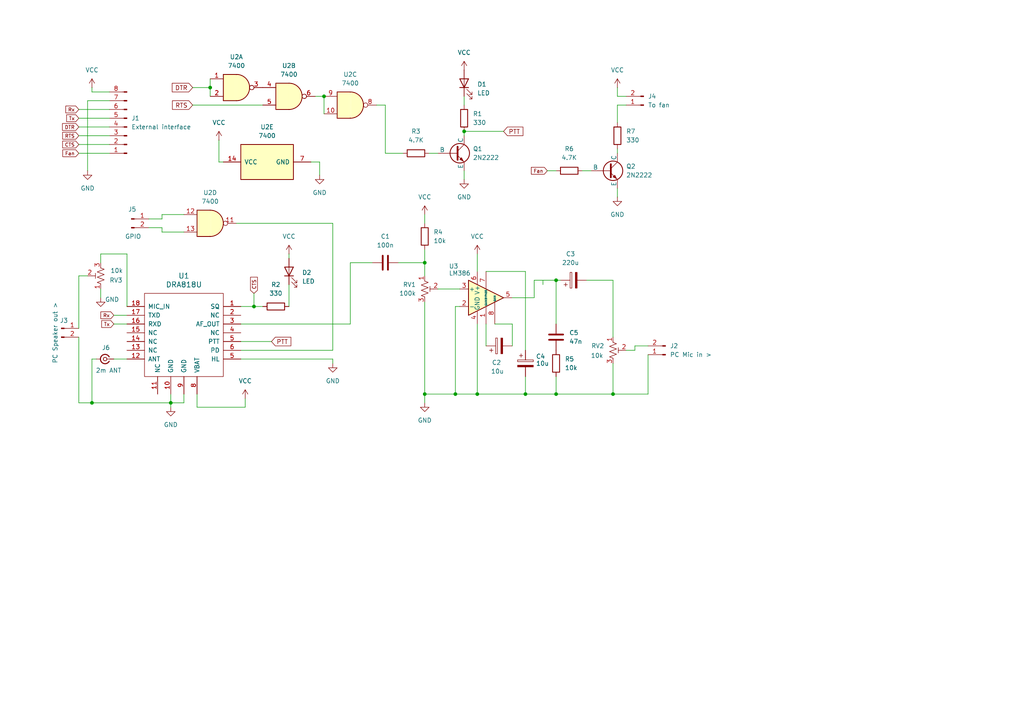
<source format=kicad_sch>
(kicad_sch (version 20231120) (generator "eeschema") (generator_version "8.0")
  (paper "A4")
  (lib_symbols
    (symbol "74xx:7400" (pin_names (offset 1.016))
      (property "Reference" "U" (at 0 1.27 0))
      (property "Value" "7400" (at 0 -1.27 0))
      (symbol "7400_1_1"
        (arc (start 0 -3.81) (mid 3.7934 0) (end 0 3.81) (stroke (width 0.254)) (fill (type background)))
        (polyline (pts (xy 0 3.81) (xy -3.81 3.81) (xy -3.81 -3.81) (xy 0 -3.81)) (stroke (width 0.254)) (fill (type background)))
        (pin input line (at -7.62 2.54 0) (length 3.81) (name "~") (number "1"))
        (pin input line (at -7.62 -2.54 0) (length 3.81) (name "~") (number "2"))
        (pin output inverted (at 7.62 0 180) (length 3.81) (name "~") (number "3"))
      )
      (symbol "7400_1_2"
        (arc (start -3.81 -3.81) (mid -2.589 0) (end -3.81 3.81) (stroke (width 0.254)))
        (arc (start -0.6096 -3.81) (mid 2.1842 -2.5851) (end 3.81 0) (stroke (width 0.254)) (fill (type background)))
        (polyline (pts (xy -3.81 -3.81) (xy -0.635 -3.81)) (stroke (width 0.254)) (fill (type background)))
        (polyline (pts (xy -3.81 3.81) (xy -0.635 3.81)) (stroke (width 0.254)) (fill (type background)))
        (polyline (pts (xy -0.635 3.81) (xy -3.81 3.81) (xy -3.81 3.81) (xy -3.556 3.4036) (xy -3.0226 2.2606) (xy -2.6924 1.0414) (xy -2.6162 -0.254) (xy -2.7686 -1.4986) (xy -3.175 -2.7178) (xy -3.81 -3.81) (xy -3.81 -3.81) (xy -0.635 -3.81)) (stroke (width -25.4)) (fill (type background)))
        (arc (start 3.81 0) (mid 2.1915 2.5936) (end -0.6096 3.81) (stroke (width 0.254)) (fill (type background)))
        (pin input inverted (at -7.62 2.54 0) (length 4.318) (name "~") (number "1"))
        (pin input inverted (at -7.62 -2.54 0) (length 4.318) (name "~") (number "2"))
        (pin output line (at 7.62 0 180) (length 3.81) (name "~") (number "3"))
      )
      (symbol "7400_2_1"
        (arc (start 0 -3.81) (mid 3.7934 0) (end 0 3.81) (stroke (width 0.254)) (fill (type background)))
        (polyline (pts (xy 0 3.81) (xy -3.81 3.81) (xy -3.81 -3.81) (xy 0 -3.81)) (stroke (width 0.254)) (fill (type background)))
        (pin input line (at -7.62 2.54 0) (length 3.81) (name "~") (number "4"))
        (pin input line (at -7.62 -2.54 0) (length 3.81) (name "~") (number "5"))
        (pin output inverted (at 7.62 0 180) (length 3.81) (name "~") (number "6"))
      )
      (symbol "7400_2_2"
        (arc (start -3.81 -3.81) (mid -2.589 0) (end -3.81 3.81) (stroke (width 0.254)))
        (arc (start -0.6096 -3.81) (mid 2.1842 -2.5851) (end 3.81 0) (stroke (width 0.254)) (fill (type background)))
        (polyline (pts (xy -3.81 -3.81) (xy -0.635 -3.81)) (stroke (width 0.254)) (fill (type background)))
        (polyline (pts (xy -3.81 3.81) (xy -0.635 3.81)) (stroke (width 0.254)) (fill (type background)))
        (polyline (pts (xy -0.635 3.81) (xy -3.81 3.81) (xy -3.81 3.81) (xy -3.556 3.4036) (xy -3.0226 2.2606) (xy -2.6924 1.0414) (xy -2.6162 -0.254) (xy -2.7686 -1.4986) (xy -3.175 -2.7178) (xy -3.81 -3.81) (xy -3.81 -3.81) (xy -0.635 -3.81)) (stroke (width -25.4)) (fill (type background)))
        (arc (start 3.81 0) (mid 2.1915 2.5936) (end -0.6096 3.81) (stroke (width 0.254)) (fill (type background)))
        (pin input inverted (at -7.62 2.54 0) (length 4.318) (name "~") (number "4"))
        (pin input inverted (at -7.62 -2.54 0) (length 4.318) (name "~") (number "5"))
        (pin output line (at 7.62 0 180) (length 3.81) (name "~") (number "6"))
      )
      (symbol "7400_3_1"
        (arc (start 0 -3.81) (mid 3.7934 0) (end 0 3.81) (stroke (width 0.254)) (fill (type background)))
        (polyline (pts (xy 0 3.81) (xy -3.81 3.81) (xy -3.81 -3.81) (xy 0 -3.81)) (stroke (width 0.254)) (fill (type background)))
        (pin input line (at -7.62 -2.54 0) (length 3.81) (name "~") (number "10"))
        (pin output inverted (at 7.62 0 180) (length 3.81) (name "~") (number "8"))
        (pin input line (at -7.62 2.54 0) (length 3.81) (name "~") (number "9"))
      )
      (symbol "7400_3_2"
        (arc (start -3.81 -3.81) (mid -2.589 0) (end -3.81 3.81) (stroke (width 0.254)))
        (arc (start -0.6096 -3.81) (mid 2.1842 -2.5851) (end 3.81 0) (stroke (width 0.254)) (fill (type background)))
        (polyline (pts (xy -3.81 -3.81) (xy -0.635 -3.81)) (stroke (width 0.254)) (fill (type background)))
        (polyline (pts (xy -3.81 3.81) (xy -0.635 3.81)) (stroke (width 0.254)) (fill (type background)))
        (polyline (pts (xy -0.635 3.81) (xy -3.81 3.81) (xy -3.81 3.81) (xy -3.556 3.4036) (xy -3.0226 2.2606) (xy -2.6924 1.0414) (xy -2.6162 -0.254) (xy -2.7686 -1.4986) (xy -3.175 -2.7178) (xy -3.81 -3.81) (xy -3.81 -3.81) (xy -0.635 -3.81)) (stroke (width -25.4)) (fill (type background)))
        (arc (start 3.81 0) (mid 2.1915 2.5936) (end -0.6096 3.81) (stroke (width 0.254)) (fill (type background)))
        (pin input inverted (at -7.62 -2.54 0) (length 4.318) (name "~") (number "10"))
        (pin output line (at 7.62 0 180) (length 3.81) (name "~") (number "8"))
        (pin input inverted (at -7.62 2.54 0) (length 4.318) (name "~") (number "9"))
      )
      (symbol "7400_4_1"
        (arc (start 0 -3.81) (mid 3.7934 0) (end 0 3.81) (stroke (width 0.254)) (fill (type background)))
        (polyline (pts (xy 0 3.81) (xy -3.81 3.81) (xy -3.81 -3.81) (xy 0 -3.81)) (stroke (width 0.254)) (fill (type background)))
        (pin output inverted (at 7.62 0 180) (length 3.81) (name "~") (number "11"))
        (pin input line (at -7.62 2.54 0) (length 3.81) (name "~") (number "12"))
        (pin input line (at -7.62 -2.54 0) (length 3.81) (name "~") (number "13"))
      )
      (symbol "7400_4_2"
        (arc (start -3.81 -3.81) (mid -2.589 0) (end -3.81 3.81) (stroke (width 0.254)))
        (arc (start -0.6096 -3.81) (mid 2.1842 -2.5851) (end 3.81 0) (stroke (width 0.254)) (fill (type background)))
        (polyline (pts (xy -3.81 -3.81) (xy -0.635 -3.81)) (stroke (width 0.254)) (fill (type background)))
        (polyline (pts (xy -3.81 3.81) (xy -0.635 3.81)) (stroke (width 0.254)) (fill (type background)))
        (polyline (pts (xy -0.635 3.81) (xy -3.81 3.81) (xy -3.81 3.81) (xy -3.556 3.4036) (xy -3.0226 2.2606) (xy -2.6924 1.0414) (xy -2.6162 -0.254) (xy -2.7686 -1.4986) (xy -3.175 -2.7178) (xy -3.81 -3.81) (xy -3.81 -3.81) (xy -0.635 -3.81)) (stroke (width -25.4)) (fill (type background)))
        (arc (start 3.81 0) (mid 2.1915 2.5936) (end -0.6096 3.81) (stroke (width 0.254)) (fill (type background)))
        (pin output line (at 7.62 0 180) (length 3.81) (name "~") (number "11"))
        (pin input inverted (at -7.62 2.54 0) (length 4.318) (name "~") (number "12"))
        (pin input inverted (at -7.62 -2.54 0) (length 4.318) (name "~") (number "13"))
      )
      (symbol "7400_5_0"
        (pin power_in line (at 0 12.7 270) (length 5.08) (name "VCC") (number "14"))
        (pin power_in line (at 0 -12.7 90) (length 5.08) (name "GND") (number "7"))
      )
      (symbol "7400_5_1"
        (rectangle (start -5.08 7.62) (end 5.08 -7.62) (stroke (width 0.254)) (fill (type background)))
      )
    )
    (symbol "Amplifier_Audio:LM386" (pin_names (offset 0.127))
      (property "Reference" "U" (at 1.27 7.62 0))
      (property "Value" "LM386" (at 1.27 5.08 0))
      (symbol "LM386_0_1"
        (polyline (pts (xy 5.08 0) (xy -5.08 5.08) (xy -5.08 -5.08) (xy 5.08 0)) (stroke (width 0.254)) (fill (type background)))
      )
      (symbol "LM386_1_1"
        (pin input line (at 0 -7.62 90) (length 5.08) (name "GAIN") (number "1"))
        (pin input line (at -7.62 -2.54 0) (length 2.54) (name "-") (number "2"))
        (pin input line (at -7.62 2.54 0) (length 2.54) (name "+") (number "3"))
        (pin power_in line (at -2.54 -7.62 90) (length 3.81) (name "GND") (number "4"))
        (pin output line (at 7.62 0 180) (length 2.54) (name "~") (number "5"))
        (pin power_in line (at -2.54 7.62 270) (length 3.81) (name "V+") (number "6"))
        (pin input line (at 0 7.62 270) (length 5.08) (name "BYPASS") (number "7"))
        (pin input line (at 2.54 -7.62 90) (length 6.35) (name "GAIN") (number "8"))
      )
    )
    (symbol "Connector:Conn_01x02_Pin" (pin_names (offset 1.016) hide)
      (property "Reference" "J" (at 0 2.54 0))
      (property "Value" "Conn_01x02_Pin" (at 0 -5.08 0))
      (symbol "Conn_01x02_Pin_1_1"
        (polyline (pts (xy 1.27 -2.54) (xy 0.8636 -2.54)) (stroke (width 0.1524)))
        (polyline (pts (xy 1.27 0) (xy 0.8636 0)) (stroke (width 0.1524)))
        (rectangle (start 0.8636 -2.413) (end 0 -2.667) (stroke (width 0.1524)) (fill (type outline)))
        (rectangle (start 0.8636 0.127) (end 0 -0.127) (stroke (width 0.1524)) (fill (type outline)))
        (pin passive line (at 5.08 0 180) (length 3.81) (name "Pin_1") (number "1"))
        (pin passive line (at 5.08 -2.54 180) (length 3.81) (name "Pin_2") (number "2"))
      )
    )
    (symbol "Connector:Conn_01x08_Pin" (pin_names (offset 1.016) hide)
      (property "Reference" "J" (at 0 10.16 0))
      (property "Value" "Conn_01x08_Pin" (at 0 -12.7 0))
      (symbol "Conn_01x08_Pin_1_1"
        (polyline (pts (xy 1.27 -10.16) (xy 0.8636 -10.16)) (stroke (width 0.1524)))
        (polyline (pts (xy 1.27 -7.62) (xy 0.8636 -7.62)) (stroke (width 0.1524)))
        (polyline (pts (xy 1.27 -5.08) (xy 0.8636 -5.08)) (stroke (width 0.1524)))
        (polyline (pts (xy 1.27 -2.54) (xy 0.8636 -2.54)) (stroke (width 0.1524)))
        (polyline (pts (xy 1.27 0) (xy 0.8636 0)) (stroke (width 0.1524)))
        (polyline (pts (xy 1.27 2.54) (xy 0.8636 2.54)) (stroke (width 0.1524)))
        (polyline (pts (xy 1.27 5.08) (xy 0.8636 5.08)) (stroke (width 0.1524)))
        (polyline (pts (xy 1.27 7.62) (xy 0.8636 7.62)) (stroke (width 0.1524)))
        (rectangle (start 0.8636 -10.033) (end 0 -10.287) (stroke (width 0.1524)) (fill (type outline)))
        (rectangle (start 0.8636 -7.493) (end 0 -7.747) (stroke (width 0.1524)) (fill (type outline)))
        (rectangle (start 0.8636 -4.953) (end 0 -5.207) (stroke (width 0.1524)) (fill (type outline)))
        (rectangle (start 0.8636 -2.413) (end 0 -2.667) (stroke (width 0.1524)) (fill (type outline)))
        (rectangle (start 0.8636 0.127) (end 0 -0.127) (stroke (width 0.1524)) (fill (type outline)))
        (rectangle (start 0.8636 2.667) (end 0 2.413) (stroke (width 0.1524)) (fill (type outline)))
        (rectangle (start 0.8636 5.207) (end 0 4.953) (stroke (width 0.1524)) (fill (type outline)))
        (rectangle (start 0.8636 7.747) (end 0 7.493) (stroke (width 0.1524)) (fill (type outline)))
        (pin passive line (at 5.08 7.62 180) (length 3.81) (name "Pin_1") (number "1"))
        (pin passive line (at 5.08 5.08 180) (length 3.81) (name "Pin_2") (number "2"))
        (pin passive line (at 5.08 2.54 180) (length 3.81) (name "Pin_3") (number "3"))
        (pin passive line (at 5.08 0 180) (length 3.81) (name "Pin_4") (number "4"))
        (pin passive line (at 5.08 -2.54 180) (length 3.81) (name "Pin_5") (number "5"))
        (pin passive line (at 5.08 -5.08 180) (length 3.81) (name "Pin_6") (number "6"))
        (pin passive line (at 5.08 -7.62 180) (length 3.81) (name "Pin_7") (number "7"))
        (pin passive line (at 5.08 -10.16 180) (length 3.81) (name "Pin_8") (number "8"))
      )
    )
    (symbol "Connector:Conn_Coaxial_Small" (pin_numbers hide) (pin_names (offset 1.016) hide)
      (property "Reference" "J" (at 0.254 3.048 0))
      (property "Value" "Conn_Coaxial_Small" (at 0 -3.81 0))
      (symbol "Conn_Coaxial_Small_0_1"
        (polyline (pts (xy -2.54 0) (xy -0.508 0)))
        (circle (center 0 0) (radius 0.508) (stroke (width 0.2032)))
      )
      (symbol "Conn_Coaxial_Small_1_1"
        (arc (start -1.1916 -0.6311) (mid 0.327 -1.3081) (end 1.3484 0.0039) (stroke (width 0.3048)))
        (arc (start 1.3484 -0.0039) (mid 0.327 1.3081) (end -1.1916 0.6311) (stroke (width 0.3048)))
        (pin passive line (at -2.54 0 0) (length 1.27) (name "In") (number "1"))
        (pin passive line (at 2.54 0 180) (length 1.27) (name "Ext") (number "2"))
      )
    )
    (symbol "Device:C" (pin_numbers hide) (pin_names (offset 0.254))
      (property "Reference" "C" (at 0.635 2.54 0))
      (property "Value" "C" (at 0.635 -2.54 0))
      (symbol "C_0_1"
        (polyline (pts (xy -2.032 -0.762) (xy 2.032 -0.762)) (stroke (width 0.508)))
        (polyline (pts (xy -2.032 0.762) (xy 2.032 0.762)) (stroke (width 0.508)))
      )
      (symbol "C_1_1"
        (pin passive line (at 0 3.81 270) (length 2.794) (name "~") (number "1"))
        (pin passive line (at 0 -3.81 90) (length 2.794) (name "~") (number "2"))
      )
    )
    (symbol "Device:C_Polarized" (pin_numbers hide) (pin_names (offset 0.254))
      (property "Reference" "C" (at 0.635 2.54 0))
      (property "Value" "C_Polarized" (at 0.635 -2.54 0))
      (symbol "C_Polarized_0_1"
        (rectangle (start -2.286 0.508) (end 2.286 1.016))
        (polyline (pts (xy -1.778 2.286) (xy -0.762 2.286)))
        (polyline (pts (xy -1.27 2.794) (xy -1.27 1.778)))
        (rectangle (start 2.286 -0.508) (end -2.286 -1.016) (fill (type outline)))
      )
      (symbol "C_Polarized_1_1"
        (pin passive line (at 0 3.81 270) (length 2.794) (name "~") (number "1"))
        (pin passive line (at 0 -3.81 90) (length 2.794) (name "~") (number "2"))
      )
    )
    (symbol "Device:LED" (pin_numbers hide) (pin_names (offset 1.016) hide)
      (property "Reference" "D" (at 0 2.54 0))
      (property "Value" "LED" (at 0 -2.54 0))
      (symbol "LED_0_1"
        (polyline (pts (xy -1.27 -1.27) (xy -1.27 1.27)) (stroke (width 0.254)))
        (polyline (pts (xy -1.27 0) (xy 1.27 0)))
        (polyline (pts (xy 1.27 -1.27) (xy 1.27 1.27) (xy -1.27 0) (xy 1.27 -1.27)) (stroke (width 0.254)))
        (polyline (pts (xy -3.048 -0.762) (xy -4.572 -2.286) (xy -3.81 -2.286) (xy -4.572 -2.286) (xy -4.572 -1.524)))
        (polyline (pts (xy -1.778 -0.762) (xy -3.302 -2.286) (xy -2.54 -2.286) (xy -3.302 -2.286) (xy -3.302 -1.524)))
      )
      (symbol "LED_1_1"
        (pin passive line (at -3.81 0 0) (length 2.54) (name "K") (number "1"))
        (pin passive line (at 3.81 0 180) (length 2.54) (name "A") (number "2"))
      )
    )
    (symbol "Device:R" (pin_numbers hide) (pin_names (offset 0))
      (property "Reference" "R" (at 2.032 0 90))
      (property "Value" "R" (at 0 0 90))
      (symbol "R_0_1"
        (rectangle (start -1.016 -2.54) (end 1.016 2.54) (stroke (width 0.254)))
      )
      (symbol "R_1_1"
        (pin passive line (at 0 3.81 270) (length 1.27) (name "~") (number "1"))
        (pin passive line (at 0 -3.81 90) (length 1.27) (name "~") (number "2"))
      )
    )
    (symbol "Device:R_Potentiometer_Trim_US" (pin_names (offset 1.016) hide)
      (property "Reference" "RV" (at -4.445 0 90))
      (property "Value" "R_Potentiometer_Trim_US" (at -2.54 0 90))
      (symbol "R_Potentiometer_Trim_US_0_1"
        (polyline (pts (xy 0 -2.286) (xy 0 -2.54)))
        (polyline (pts (xy 0 2.286) (xy 0 2.54)))
        (polyline (pts (xy 1.524 0.762) (xy 1.524 -0.762)))
        (polyline (pts (xy 2.54 0) (xy 1.524 0)))
        (polyline (pts (xy 0 -0.762) (xy 1.016 -1.143) (xy 0 -1.524) (xy -1.016 -1.905) (xy 0 -2.286)))
        (polyline (pts (xy 0 0.762) (xy 1.016 0.381) (xy 0 0) (xy -1.016 -0.381) (xy 0 -0.762)))
        (polyline (pts (xy 0 2.286) (xy 1.016 1.905) (xy 0 1.524) (xy -1.016 1.143) (xy 0 0.762)))
      )
      (symbol "R_Potentiometer_Trim_US_1_1"
        (pin passive line (at 0 3.81 270) (length 1.27) (name "1") (number "1"))
        (pin passive line (at 3.81 0 180) (length 1.27) (name "2") (number "2"))
        (pin passive line (at 0 -3.81 90) (length 1.27) (name "3") (number "3"))
      )
    )
    (symbol "Simulation_SPICE:NPN" (pin_numbers hide) (pin_names (offset 0))
      (property "Reference" "Q" (at -2.54 7.62 0))
      (property "Value" "NPN" (at -2.54 5.08 0))
      (symbol "NPN_0_1"
        (polyline (pts (xy -2.54 0) (xy 0.635 0)) (stroke (width 0.1524)))
        (polyline (pts (xy 0.635 0.635) (xy 2.54 2.54)))
        (polyline (pts (xy 2.794 -1.27) (xy 2.794 -1.27)) (stroke (width 0.1524)))
        (polyline (pts (xy 2.794 -1.27) (xy 2.794 -1.27)) (stroke (width 0.1524)))
        (polyline (pts (xy 0.635 -0.635) (xy 2.54 -2.54) (xy 2.54 -2.54)))
        (polyline (pts (xy 0.635 1.905) (xy 0.635 -1.905) (xy 0.635 -1.905)) (stroke (width 0.508)))
        (polyline (pts (xy 1.27 -1.778) (xy 1.778 -1.27) (xy 2.286 -2.286) (xy 1.27 -1.778) (xy 1.27 -1.778)) (fill (type outline)))
        (circle (center 1.27 0) (radius 2.8194) (stroke (width 0.254)))
      )
      (symbol "NPN_1_1"
        (pin open_collector line (at 2.54 5.08 270) (length 2.54) (name "C") (number "1"))
        (pin input line (at -5.08 0 0) (length 2.54) (name "B") (number "2"))
        (pin open_emitter line (at 2.54 -5.08 90) (length 2.54) (name "E") (number "3"))
      )
    )
    (symbol "dra818u:DRA818U" (pin_names (offset 1.016))
      (property "Reference" "U" (at 17.78 -2.54 0))
      (property "Value" "DRA818U" (at 11.43 26.67 0))
      (symbol "DRA818U_0_1"
        (rectangle (start 0 0) (end 22.86 24.13))
      )
      (symbol "DRA818U_1_1"
        (pin bidirectional line (at 27.94 20.32 180) (length 5.08) (name "SQ") (number "1"))
        (pin power_in line (at 7.62 -5.08 90) (length 5.08) (name "GND") (number "10"))
        (pin bidirectional line (at 3.81 -5.08 90) (length 5.08) (name "NC") (number "11"))
        (pin output line (at -5.08 5.08 0) (length 5.08) (name "ANT") (number "12"))
        (pin bidirectional line (at -5.08 7.62 0) (length 5.08) (name "NC") (number "13"))
        (pin bidirectional line (at -5.08 10.16 0) (length 5.08) (name "NC") (number "14"))
        (pin bidirectional line (at -5.08 12.7 0) (length 5.08) (name "NC") (number "15"))
        (pin bidirectional line (at -5.08 15.24 0) (length 5.08) (name "RXD") (number "16"))
        (pin bidirectional line (at -5.08 17.78 0) (length 5.08) (name "TXD") (number "17"))
        (pin input line (at -5.08 20.32 0) (length 5.08) (name "MIC_IN") (number "18"))
        (pin bidirectional line (at 27.94 17.78 180) (length 5.08) (name "NC") (number "2"))
        (pin bidirectional line (at 27.94 15.24 180) (length 5.08) (name "AF_OUT") (number "3"))
        (pin bidirectional line (at 27.94 12.7 180) (length 5.08) (name "NC") (number "4"))
        (pin bidirectional line (at 27.94 5.08 180) (length 5.08) (name "HL") (number "5"))
        (pin bidirectional line (at 27.94 10.16 180) (length 5.08) (name "PTT") (number "5"))
        (pin bidirectional line (at 27.94 7.62 180) (length 5.08) (name "PD") (number "6"))
        (pin power_in line (at 15.24 -5.08 90) (length 5.08) (name "VBAT") (number "8"))
        (pin power_in line (at 11.43 -5.08 90) (length 5.08) (name "GND") (number "9"))
      )
    )
    (symbol "power:GND" (power) (pin_numbers hide) (pin_names (offset 0) hide)
      (property "Value" "GND" (at 0 -3.81 0))
      (symbol "GND_0_1"
        (polyline (pts (xy 0 0) (xy 0 -1.27) (xy 1.27 -1.27) (xy 0 -2.54) (xy -1.27 -1.27) (xy 0 -1.27)))
      )
      (symbol "GND_1_1"
        (pin power_in line (at 0 0 270) (length 0) (name "~") (number "1"))
      )
    )
    (symbol "power:VCC" (power) (pin_numbers hide) (pin_names (offset 0) hide)
      (property "Value" "VCC" (at 0 3.556 0))
      (symbol "VCC_0_1"
        (polyline (pts (xy -0.762 1.27) (xy 0 2.54)))
        (polyline (pts (xy 0 0) (xy 0 2.54)))
        (polyline (pts (xy 0 2.54) (xy 0.762 1.27)))
      )
      (symbol "VCC_1_1"
        (pin power_in line (at 0 0 90) (length 0) (name "~") (number "1"))
      )
    )
  )
  (junction (at 177.8 114.3))
  (junction (at 161.29 81.28))
  (junction (at 73.66 88.9))
  (junction (at 123.19 114.3))
  (junction (at 138.43 114.3))
  (junction (at 26.67 116.84))
  (junction (at 93.98 27.94))
  (junction (at 49.53 116.84))
  (junction (at 60.96 25.4))
  (junction (at 161.29 114.3))
  (junction (at 123.19 76.2))
  (junction (at 132.08 114.3))
  (junction (at 134.62 38.1))
  (junction (at 152.4 114.3))
  (wire (pts (xy 69.85 101.6) (xy 96.52 101.6)))
  (wire (pts (xy 22.86 36.83) (xy 31.75 36.83)))
  (wire (pts (xy 22.86 116.84) (xy 26.67 116.84)))
  (wire (pts (xy 93.98 27.94) (xy 93.98 33.02)))
  (wire (pts (xy 123.19 114.3) (xy 123.19 116.84)))
  (wire (pts (xy 33.02 91.44) (xy 36.83 91.44)))
  (wire (pts (xy 187.96 114.3) (xy 177.8 114.3)))
  (wire (pts (xy 22.86 41.91) (xy 31.75 41.91)))
  (wire (pts (xy 138.43 114.3) (xy 132.08 114.3)))
  (wire (pts (xy 60.96 22.86) (xy 60.96 25.4)))
  (wire (pts (xy 29.21 76.2) (xy 29.21 73.66)))
  (wire (pts (xy 179.07 27.94) (xy 181.61 27.94)))
  (wire (pts (xy 46.99 67.31) (xy 53.34 67.31)))
  (wire (pts (xy 124.46 44.45) (xy 127 44.45)))
  (wire (pts (xy 123.19 87.63) (xy 123.19 114.3)))
  (wire (pts (xy 26.67 26.67) (xy 31.75 26.67)))
  (wire (pts (xy 60.96 25.4) (xy 60.96 27.94)))
  (wire (pts (xy 134.62 49.53) (xy 134.62 52.07)))
  (wire (pts (xy 25.4 29.21) (xy 25.4 49.53)))
  (wire (pts (xy 73.66 85.09) (xy 73.66 88.9)))
  (wire (pts (xy 177.8 81.28) (xy 177.8 97.79)))
  (wire (pts (xy 26.67 116.84) (xy 49.53 116.84)))
  (wire (pts (xy 71.12 118.11) (xy 71.12 115.57)))
  (wire (pts (xy 179.07 25.4) (xy 179.07 27.94)))
  (wire (pts (xy 158.75 49.53) (xy 161.29 49.53)))
  (wire (pts (xy 184.15 101.6) (xy 184.15 100.33)))
  (wire (pts (xy 177.8 105.41) (xy 177.8 114.3)))
  (wire (pts (xy 133.35 88.9) (xy 132.08 88.9)))
  (wire (pts (xy 134.62 27.94) (xy 134.62 30.48)))
  (wire (pts (xy 69.85 104.14) (xy 96.52 104.14)))
  (wire (pts (xy 22.86 44.45) (xy 31.75 44.45)))
  (wire (pts (xy 161.29 93.98) (xy 161.29 81.28)))
  (wire (pts (xy 179.07 30.48) (xy 179.07 35.56)))
  (wire (pts (xy 148.59 93.98) (xy 148.59 100.33)))
  (wire (pts (xy 43.18 63.5) (xy 46.99 63.5)))
  (wire (pts (xy 22.86 39.37) (xy 31.75 39.37)))
  (wire (pts (xy 179.07 54.61) (xy 179.07 57.15)))
  (wire (pts (xy 161.29 114.3) (xy 152.4 114.3)))
  (wire (pts (xy 36.83 73.66) (xy 36.83 88.9)))
  (wire (pts (xy 46.99 62.23) (xy 53.34 62.23)))
  (wire (pts (xy 152.4 101.6) (xy 152.4 78.74)))
  (wire (pts (xy 29.21 83.82) (xy 29.21 86.36)))
  (wire (pts (xy 26.67 104.14) (xy 26.67 116.84)))
  (wire (pts (xy 132.08 114.3) (xy 123.19 114.3)))
  (wire (pts (xy 152.4 109.22) (xy 152.4 114.3)))
  (wire (pts (xy 115.57 76.2) (xy 123.19 76.2)))
  (wire (pts (xy 140.97 93.98) (xy 140.97 100.33)))
  (wire (pts (xy 55.88 25.4) (xy 60.96 25.4)))
  (wire (pts (xy 123.19 72.39) (xy 123.19 76.2)))
  (wire (pts (xy 43.18 66.04) (xy 46.99 66.04)))
  (wire (pts (xy 154.94 81.28) (xy 154.94 86.36)))
  (wire (pts (xy 33.02 93.98) (xy 36.83 93.98)))
  (wire (pts (xy 83.82 73.66) (xy 83.82 74.93)))
  (wire (pts (xy 101.6 93.98) (xy 101.6 76.2)))
  (wire (pts (xy 22.86 31.75) (xy 31.75 31.75)))
  (wire (pts (xy 92.71 46.99) (xy 92.71 50.8)))
  (wire (pts (xy 29.21 73.66) (xy 36.83 73.66)))
  (wire (pts (xy 73.66 88.9) (xy 76.2 88.9)))
  (wire (pts (xy 123.19 62.23) (xy 123.19 64.77)))
  (wire (pts (xy 187.96 102.87) (xy 187.96 114.3)))
  (wire (pts (xy 55.88 30.48) (xy 76.2 30.48)))
  (wire (pts (xy 179.07 43.18) (xy 179.07 44.45)))
  (wire (pts (xy 184.15 100.33) (xy 187.96 100.33)))
  (wire (pts (xy 31.75 29.21) (xy 25.4 29.21)))
  (wire (pts (xy 69.85 93.98) (xy 101.6 93.98)))
  (wire (pts (xy 69.85 99.06) (xy 78.74 99.06)))
  (wire (pts (xy 138.43 73.66) (xy 138.43 78.74)))
  (wire (pts (xy 69.85 88.9) (xy 73.66 88.9)))
  (wire (pts (xy 111.76 30.48) (xy 111.76 44.45)))
  (wire (pts (xy 177.8 81.28) (xy 170.18 81.28)))
  (wire (pts (xy 49.53 114.3) (xy 49.53 116.84)))
  (wire (pts (xy 109.22 30.48) (xy 111.76 30.48)))
  (wire (pts (xy 57.15 114.3) (xy 57.15 118.11)))
  (wire (pts (xy 154.94 86.36) (xy 148.59 86.36)))
  (wire (pts (xy 53.34 114.3) (xy 53.34 116.84)))
  (wire (pts (xy 138.43 114.3) (xy 152.4 114.3)))
  (wire (pts (xy 152.4 78.74) (xy 140.97 78.74)))
  (wire (pts (xy 96.52 104.14) (xy 96.52 105.41)))
  (wire (pts (xy 181.61 101.6) (xy 184.15 101.6)))
  (wire (pts (xy 181.61 30.48) (xy 179.07 30.48)))
  (wire (pts (xy 134.62 38.1) (xy 146.05 38.1)))
  (wire (pts (xy 22.86 34.29) (xy 31.75 34.29)))
  (wire (pts (xy 177.8 114.3) (xy 161.29 114.3)))
  (wire (pts (xy 127 83.82) (xy 133.35 83.82)))
  (wire (pts (xy 90.17 46.99) (xy 92.71 46.99)))
  (wire (pts (xy 68.58 64.77) (xy 96.52 64.77)))
  (wire (pts (xy 63.5 46.99) (xy 64.77 46.99)))
  (wire (pts (xy 161.29 109.22) (xy 161.29 114.3)))
  (wire (pts (xy 46.99 63.5) (xy 46.99 62.23)))
  (wire (pts (xy 123.19 76.2) (xy 123.19 80.01)))
  (wire (pts (xy 168.91 49.53) (xy 171.45 49.53)))
  (wire (pts (xy 26.67 25.4) (xy 26.67 26.67)))
  (wire (pts (xy 22.86 97.79) (xy 22.86 116.84)))
  (wire (pts (xy 148.59 93.98) (xy 143.51 93.98)))
  (wire (pts (xy 134.62 38.1) (xy 134.62 39.37)))
  (wire (pts (xy 49.53 116.84) (xy 49.53 118.11)))
  (wire (pts (xy 132.08 88.9) (xy 132.08 114.3)))
  (wire (pts (xy 63.5 40.64) (xy 63.5 46.99)))
  (wire (pts (xy 22.86 80.01) (xy 22.86 95.25)))
  (wire (pts (xy 49.53 116.84) (xy 53.34 116.84)))
  (wire (pts (xy 91.44 27.94) (xy 93.98 27.94)))
  (wire (pts (xy 83.82 82.55) (xy 83.82 88.9)))
  (wire (pts (xy 154.94 81.28) (xy 161.29 81.28)))
  (wire (pts (xy 25.4 80.01) (xy 22.86 80.01)))
  (wire (pts (xy 138.43 93.98) (xy 138.43 114.3)))
  (wire (pts (xy 101.6 76.2) (xy 107.95 76.2)))
  (wire (pts (xy 157.48 81.28) (xy 157.48 82.55)))
  (wire (pts (xy 111.76 44.45) (xy 116.84 44.45)))
  (wire (pts (xy 162.56 81.28) (xy 161.29 81.28)))
  (wire (pts (xy 27.94 104.14) (xy 26.67 104.14)))
  (wire (pts (xy 57.15 118.11) (xy 71.12 118.11)))
  (wire (pts (xy 33.02 104.14) (xy 36.83 104.14)))
  (wire (pts (xy 96.52 64.77) (xy 96.52 101.6)))
  (wire (pts (xy 46.99 66.04) (xy 46.99 67.31)))
  (global_label "CTS" (shape input) (at 73.66 85.09 90) (effects (font (size 1.016 1.016))) (property "Intersheetrefs" "${INTERSHEET_REFS}" (effects (hide yes))))
  (global_label "Rx" (shape input) (at 33.02 91.44 180) (effects (font (size 1.016 1.016))) (property "Intersheetrefs" "${INTERSHEET_REFS}" (effects (hide yes))))
  (global_label "DTR" (shape input) (at 55.88 25.4 180) (property "Intersheetrefs" "${INTERSHEET_REFS}" (effects (hide yes))))
  (global_label "PTT" (shape input) (at 146.05 38.1 0) (property "Intersheetrefs" "${INTERSHEET_REFS}" (effects (hide yes))))
  (global_label "RTS" (shape input) (at 22.86 39.37 180) (effects (font (size 1.016 1.016))) (property "Intersheetrefs" "${INTERSHEET_REFS}" (effects (hide yes))))
  (global_label "PTT" (shape input) (at 78.74 99.06 0) (property "Intersheetrefs" "${INTERSHEET_REFS}" (effects (hide yes))))
  (global_label "DTR" (shape input) (at 22.86 36.83 180) (effects (font (size 1.016 1.016))) (property "Intersheetrefs" "${INTERSHEET_REFS}" (effects (hide yes))))
  (global_label "CTS" (shape input) (at 22.86 41.91 180) (effects (font (size 1.016 1.016))) (property "Intersheetrefs" "${INTERSHEET_REFS}" (effects (hide yes))))
  (global_label "Fan" (shape input) (at 158.75 49.53 180) (effects (font (size 1.016 1.016))) (property "Intersheetrefs" "${INTERSHEET_REFS}" (effects (hide yes))))
  (global_label "RTS" (shape input) (at 55.88 30.48 180) (property "Intersheetrefs" "${INTERSHEET_REFS}" (effects (hide yes))))
  (global_label "Tx" (shape input) (at 33.02 93.98 180) (effects (font (size 1.016 1.016))) (property "Intersheetrefs" "${INTERSHEET_REFS}" (effects (hide yes))))
  (global_label "Rx" (shape input) (at 22.86 31.75 180) (effects (font (size 1.016 1.016))) (property "Intersheetrefs" "${INTERSHEET_REFS}" (effects (hide yes))))
  (global_label "Fan" (shape input) (at 22.86 44.45 180) (effects (font (size 1.016 1.016))) (property "Intersheetrefs" "${INTERSHEET_REFS}" (effects (hide yes))))
  (global_label "Tx" (shape input) (at 22.86 34.29 180) (effects (font (size 1.016 1.016))) (property "Intersheetrefs" "${INTERSHEET_REFS}" (effects (hide yes))))
  (symbol (lib_id "Connector:Conn_01x02_Pin") (at 193.04 102.87 180) (unit 1)
    (property "Reference" "J2" (at 194.31 100.3299 0) (effects (justify right)))
    (property "Value" "PC Mic in >" (at 194.31 102.8699 0) (effects (justify right)))
    (property "Footprint" "Connector_PinHeader_2.54mm:PinHeader_1x02_P2.54mm_Vertical" (effects (hide yes)))
    (property "Description" "Generic connector, single row, 01x02, script generated" (effects (hide yes)))
  )
  (symbol (lib_id "power:GND") (at 29.21 86.36 0) (unit 1)
    (property "Reference" "#PWR015" (effects (hide yes)))
    (property "Value" "GND" (at 32.512 86.868 0))
    (property "Description" "Power symbol creates a global label with name \"GND\" , ground" (effects (hide yes)))
  )
  (symbol (lib_id "power:VCC") (at 71.12 115.57 0) (unit 1)
    (property "Reference" "#PWR06" (effects (hide yes)))
    (property "Value" "VCC" (at 71.12 110.49 0))
    (property "Description" "Power symbol creates a global label with name \"VCC\"" (effects (hide yes)))
  )
  (symbol (lib_id "Simulation_SPICE:NPN") (at 132.08 44.45 0) (unit 1)
    (property "Reference" "Q1" (at 137.16 43.1799 0) (effects (justify left)))
    (property "Value" "2N2222" (at 137.16 45.7199 0) (effects (justify left)))
    (property "Footprint" "Package_TO_SOT_THT:TO-92L_Inline_Wide" (effects (hide yes)))
    (property "Datasheet" "https://ngspice.sourceforge.io/docs/ngspice-html-manual/manual.xhtml#cha_BJTs" (effects (hide yes)))
    (property "Description" "Bipolar transistor symbol for simulation only, substrate tied to the emitter" (effects (hide yes)))
    (property "Sim.Device" "NPN" (effects (hide yes)))
    (property "Sim.Type" "GUMMELPOON" (effects (hide yes)))
    (property "Sim.Pins" "1=C 2=B 3=E" (effects (hide yes)))
  )
  (symbol (lib_id "Device:R") (at 123.19 68.58 180) (unit 1)
    (property "Reference" "R4" (at 125.73 67.3099 0) (effects (justify right)))
    (property "Value" "10k" (at 125.73 69.8499 0) (effects (justify right)))
    (property "Footprint" "Resistor_THT:R_Axial_DIN0207_L6.3mm_D2.5mm_P7.62mm_Horizontal" (effects (hide yes)))
    (property "Description" "Resistor" (effects (hide yes)))
  )
  (symbol (lib_id "Amplifier_Audio:LM386") (at 140.97 86.36 0) (unit 1)
    (property "Reference" "U3" (at 131.572 77.216 0))
    (property "Value" "LM386" (at 133.35 79.248 0))
    (property "Footprint" "Package_DIP:DIP-8_W7.62mm" (effects (hide yes)))
    (property "Datasheet" "http://www.ti.com/lit/ds/symlink/lm386.pdf" (effects (hide yes)))
    (property "Description" "Low Voltage Audio Power Amplifier, DIP-8/SOIC-8/SSOP-8" (effects (hide yes)))
  )
  (symbol (lib_id "Device:LED") (at 83.82 78.74 90) (unit 1)
    (property "Reference" "D2" (at 87.63 79.0574 90) (effects (justify right)))
    (property "Value" "LED" (at 87.63 81.5974 90) (effects (justify right)))
    (property "Footprint" "LED_THT:LED_D5.0mm" (effects (hide yes)))
    (property "Description" "Light emitting diode" (effects (hide yes)))
  )
  (symbol (lib_id "Device:C_Polarized") (at 152.4 105.41 0) (unit 1)
    (property "Reference" "C4" (at 155.448 103.378 0) (effects (justify left)))
    (property "Value" "10u" (at 155.448 105.41 0) (effects (justify left)))
    (property "Footprint" "Capacitor_THT:CP_Radial_D4.0mm_P2.00mm" (effects (hide yes)))
    (property "Description" "Polarized capacitor" (effects (hide yes)))
  )
  (symbol (lib_id "power:GND") (at 49.53 118.11 0) (unit 1)
    (property "Reference" "#PWR03" (effects (hide yes)))
    (property "Value" "GND" (at 49.53 123.19 0))
    (property "Description" "Power symbol creates a global label with name \"GND\" , ground" (effects (hide yes)))
  )
  (symbol (lib_id "dra818u:DRA818U") (at 41.91 109.22 0) (unit 1)
    (property "Reference" "U1" (at 53.34 80.01 0) (effects (font (size 1.524 1.524))))
    (property "Value" "DRA818U" (at 53.34 82.55 0) (effects (font (size 1.524 1.524))))
    (property "Footprint" "DRA818U_AND_V_Kicad:DRA818" (effects (hide yes)))
    (property "Description" "DRA818 VHF and UHF RadioCHIP" (effects (hide yes)))
  )
  (symbol (lib_id "Device:C_Polarized") (at 166.37 81.28 90) (unit 1)
    (property "Reference" "C3" (at 165.481 73.66 90))
    (property "Value" "220u" (at 165.481 76.2 90))
    (property "Footprint" "Capacitor_THT:CP_Radial_D8.0mm_P5.00mm" (effects (hide yes)))
    (property "Description" "Polarized capacitor" (effects (hide yes)))
  )
  (symbol (lib_id "74xx:7400") (at 68.58 25.4 0) (unit 1)
    (property "Reference" "U2" (at 68.5717 16.51 0))
    (property "Value" "7400" (at 68.5717 19.05 0))
    (property "Footprint" "Package_DIP:DIP-14_W7.62mm" (effects (hide yes)))
    (property "Datasheet" "http://www.ti.com/lit/gpn/sn7400" (effects (hide yes)))
    (property "Description" "quad 2-input NAND gate" (effects (hide yes)))
  )
  (symbol (lib_id "power:VCC") (at 83.82 73.66 0) (unit 1)
    (property "Reference" "#PWR04" (effects (hide yes)))
    (property "Value" "VCC" (at 83.82 68.58 0))
    (property "Description" "Power symbol creates a global label with name \"VCC\"" (effects (hide yes)))
  )
  (symbol (lib_id "power:VCC") (at 26.67 25.4 0) (unit 1)
    (property "Reference" "#PWR02" (effects (hide yes)))
    (property "Value" "VCC" (at 26.67 20.32 0))
    (property "Description" "Power symbol creates a global label with name \"VCC\"" (effects (hide yes)))
  )
  (symbol (lib_id "Device:R") (at 179.07 39.37 0) (unit 1)
    (property "Reference" "R7" (at 181.61 38.0999 0) (effects (justify left)))
    (property "Value" "330" (at 181.61 40.6399 0) (effects (justify left)))
    (property "Footprint" "Resistor_THT:R_Axial_DIN0207_L6.3mm_D2.5mm_P7.62mm_Horizontal" (effects (hide yes)))
    (property "Description" "Resistor" (effects (hide yes)))
  )
  (symbol (lib_id "power:VCC") (at 134.62 20.32 0) (unit 1)
    (property "Reference" "#PWR01" (effects (hide yes)))
    (property "Value" "VCC" (at 134.62 15.24 0))
    (property "Description" "Power symbol creates a global label with name \"VCC\"" (effects (hide yes)))
  )
  (symbol (lib_id "power:GND") (at 92.71 50.8 0) (unit 1)
    (property "Reference" "#PWR08" (effects (hide yes)))
    (property "Value" "GND" (at 92.71 55.88 0))
    (property "Description" "Power symbol creates a global label with name \"GND\" , ground" (effects (hide yes)))
  )
  (symbol (lib_id "Device:R") (at 120.65 44.45 90) (unit 1)
    (property "Reference" "R3" (at 120.65 38.1 90))
    (property "Value" "4.7K" (at 120.65 40.64 90))
    (property "Footprint" "Resistor_THT:R_Axial_DIN0207_L6.3mm_D2.5mm_P7.62mm_Horizontal" (effects (hide yes)))
    (property "Description" "Resistor" (effects (hide yes)))
  )
  (symbol (lib_id "Device:R") (at 165.1 49.53 90) (unit 1)
    (property "Reference" "R6" (at 165.1 43.18 90))
    (property "Value" "4.7K" (at 165.1 45.72 90))
    (property "Footprint" "Resistor_THT:R_Axial_DIN0207_L6.3mm_D2.5mm_P7.62mm_Horizontal" (effects (hide yes)))
    (property "Description" "Resistor" (effects (hide yes)))
  )
  (symbol (lib_id "Connector:Conn_01x02_Pin") (at 17.78 95.25 0) (unit 1)
    (property "Reference" "J3" (at 18.542 92.964 0))
    (property "Value" "PC Speaker out >" (at 16.002 96.52 90))
    (property "Footprint" "Connector_PinHeader_2.54mm:PinHeader_1x02_P2.54mm_Vertical" (effects (hide yes)))
    (property "Description" "Generic connector, single row, 01x02, script generated" (effects (hide yes)))
  )
  (symbol (lib_id "Device:LED") (at 134.62 24.13 90) (unit 1)
    (property "Reference" "D1" (at 138.43 24.4474 90) (effects (justify right)))
    (property "Value" "LED" (at 138.43 26.9874 90) (effects (justify right)))
    (property "Footprint" "LED_THT:LED_D5.0mm" (effects (hide yes)))
    (property "Description" "Light emitting diode" (effects (hide yes)))
  )
  (symbol (lib_id "Device:C_Polarized") (at 144.78 100.33 90) (unit 1)
    (property "Reference" "C2" (at 144.018 105.156 90))
    (property "Value" "10u" (at 144.272 107.696 90))
    (property "Footprint" "Capacitor_THT:CP_Radial_D4.0mm_P2.00mm" (effects (hide yes)))
    (property "Description" "Polarized capacitor" (effects (hide yes)))
  )
  (symbol (lib_id "74xx:7400") (at 60.96 64.77 0) (unit 4)
    (property "Reference" "U2" (at 60.9517 55.88 0))
    (property "Value" "7400" (at 60.9517 58.42 0))
    (property "Footprint" "Package_DIP:DIP-14_W7.62mm" (effects (hide yes)))
    (property "Datasheet" "http://www.ti.com/lit/gpn/sn7400" (effects (hide yes)))
    (property "Description" "quad 2-input NAND gate" (effects (hide yes)))
  )
  (symbol (lib_id "power:GND") (at 179.07 57.15 0) (unit 1)
    (property "Reference" "#PWR014" (effects (hide yes)))
    (property "Value" "GND" (at 179.07 62.23 0))
    (property "Description" "Power symbol creates a global label with name \"GND\" , ground" (effects (hide yes)))
  )
  (symbol (lib_id "power:VCC") (at 138.43 73.66 0) (unit 1)
    (property "Reference" "#PWR011" (effects (hide yes)))
    (property "Value" "VCC" (at 138.43 68.58 0))
    (property "Description" "Power symbol creates a global label with name \"VCC\"" (effects (hide yes)))
  )
  (symbol (lib_id "power:GND") (at 25.4 49.53 0) (unit 1)
    (property "Reference" "#PWR09" (effects (hide yes)))
    (property "Value" "GND" (at 25.4 54.61 0))
    (property "Description" "Power symbol creates a global label with name \"GND\" , ground" (effects (hide yes)))
  )
  (symbol (lib_id "Device:C") (at 161.29 97.79 180) (unit 1)
    (property "Reference" "C5" (at 165.1 96.5199 0) (effects (justify right)))
    (property "Value" "47n" (at 165.1 99.0599 0) (effects (justify right)))
    (property "Footprint" "Capacitor_THT:C_Disc_D4.7mm_W2.5mm_P5.00mm" (effects (hide yes)))
    (property "Description" "Unpolarized capacitor" (effects (hide yes)))
  )
  (symbol (lib_id "power:VCC") (at 63.5 40.64 0) (unit 1)
    (property "Reference" "#PWR07" (effects (hide yes)))
    (property "Value" "VCC" (at 63.5 35.56 0))
    (property "Description" "Power symbol creates a global label with name \"VCC\"" (effects (hide yes)))
  )
  (symbol (lib_id "power:GND") (at 123.19 116.84 0) (unit 1)
    (property "Reference" "#PWR010" (effects (hide yes)))
    (property "Value" "GND" (at 123.19 121.92 0))
    (property "Description" "Power symbol creates a global label with name \"GND\" , ground" (effects (hide yes)))
  )
  (symbol (lib_id "74xx:7400") (at 83.82 27.94 0) (unit 2)
    (property "Reference" "U2" (at 83.8117 19.05 0))
    (property "Value" "7400" (at 83.8117 21.59 0))
    (property "Footprint" "Package_DIP:DIP-14_W7.62mm" (effects (hide yes)))
    (property "Datasheet" "http://www.ti.com/lit/gpn/sn7400" (effects (hide yes)))
    (property "Description" "quad 2-input NAND gate" (effects (hide yes)))
  )
  (symbol (lib_id "Connector:Conn_01x02_Pin") (at 38.1 63.5 0) (unit 1)
    (property "Reference" "J5" (at 38.354 60.706 0))
    (property "Value" "GPIO" (at 38.608 68.58 0))
    (property "Footprint" "Connector_PinHeader_2.54mm:PinHeader_1x02_P2.54mm_Vertical" (effects (hide yes)))
    (property "Description" "Generic connector, single row, 01x02, script generated" (effects (hide yes)))
  )
  (symbol (lib_id "Device:R_Potentiometer_Trim_US") (at 123.19 83.82 0) (unit 1)
    (property "Reference" "RV1" (at 120.65 82.5499 0) (effects (justify right)))
    (property "Value" "100k" (at 120.65 85.0899 0) (effects (justify right)))
    (property "Footprint" "Potentiometer_THT:Potentiometer_Runtron_RM-065_Vertical" (effects (hide yes)))
    (property "Description" "Trim-potentiometer, US symbol" (effects (hide yes)))
  )
  (symbol (lib_id "power:GND") (at 96.52 105.41 0) (unit 1)
    (property "Reference" "#PWR016" (effects (hide yes)))
    (property "Value" "GND" (at 96.52 110.49 0))
    (property "Description" "Power symbol creates a global label with name \"GND\" , ground" (effects (hide yes)))
  )
  (symbol (lib_id "Connector:Conn_01x08_Pin") (at 36.83 36.83 180) (unit 1)
    (property "Reference" "J1" (at 38.1 34.2899 0) (effects (justify right)))
    (property "Value" "External interface" (at 38.1 36.8299 0) (effects (justify right)))
    (property "Footprint" "Connector_PinHeader_2.54mm:PinHeader_1x08_P2.54mm_Vertical" (effects (hide yes)))
    (property "Description" "Generic connector, single row, 01x08, script generated" (effects (hide yes)))
  )
  (symbol (lib_id "Device:R_Potentiometer_Trim_US") (at 177.8 101.6 0) (unit 1)
    (property "Reference" "RV2" (at 175.26 100.3299 0) (effects (justify right)))
    (property "Value" "10k" (at 175.006 103.124 0) (effects (justify right)))
    (property "Footprint" "Potentiometer_THT:Potentiometer_Runtron_RM-065_Vertical" (effects (hide yes)))
    (property "Description" "Trim-potentiometer, US symbol" (effects (hide yes)))
  )
  (symbol (lib_id "power:VCC") (at 123.19 62.23 0) (unit 1)
    (property "Reference" "#PWR012" (effects (hide yes)))
    (property "Value" "VCC" (at 123.19 57.15 0))
    (property "Description" "Power symbol creates a global label with name \"VCC\"" (effects (hide yes)))
  )
  (symbol (lib_id "Simulation_SPICE:NPN") (at 176.53 49.53 0) (unit 1)
    (property "Reference" "Q2" (at 181.61 48.2599 0) (effects (justify left)))
    (property "Value" "2N2222" (at 181.61 50.7999 0) (effects (justify left)))
    (property "Footprint" "Package_TO_SOT_THT:TO-92L_Inline_Wide" (effects (hide yes)))
    (property "Datasheet" "https://ngspice.sourceforge.io/docs/ngspice-html-manual/manual.xhtml#cha_BJTs" (effects (hide yes)))
    (property "Description" "Bipolar transistor symbol for simulation only, substrate tied to the emitter" (effects (hide yes)))
    (property "Sim.Device" "NPN" (effects (hide yes)))
    (property "Sim.Type" "GUMMELPOON" (effects (hide yes)))
    (property "Sim.Pins" "1=C 2=B 3=E" (effects (hide yes)))
  )
  (symbol (lib_id "Connector:Conn_01x02_Pin") (at 186.69 30.48 180) (unit 1)
    (property "Reference" "J4" (at 187.96 27.9399 0) (effects (justify right)))
    (property "Value" "To fan" (at 187.96 30.4799 0) (effects (justify right)))
    (property "Footprint" "Connector_PinHeader_2.54mm:PinHeader_1x02_P2.54mm_Vertical" (effects (hide yes)))
    (property "Description" "Generic connector, single row, 01x02, script generated" (effects (hide yes)))
  )
  (symbol (lib_id "power:VCC") (at 179.07 25.4 0) (unit 1)
    (property "Reference" "#PWR013" (effects (hide yes)))
    (property "Value" "VCC" (at 179.07 20.32 0))
    (property "Description" "Power symbol creates a global label with name \"VCC\"" (effects (hide yes)))
  )
  (symbol (lib_id "Device:R") (at 134.62 34.29 0) (unit 1)
    (property "Reference" "R1" (at 137.16 33.0199 0) (effects (justify left)))
    (property "Value" "330" (at 137.16 35.5599 0) (effects (justify left)))
    (property "Footprint" "Resistor_THT:R_Axial_DIN0204_L3.6mm_D1.6mm_P7.62mm_Horizontal" (effects (hide yes)))
    (property "Description" "Resistor" (effects (hide yes)))
  )
  (symbol (lib_id "Device:R_Potentiometer_Trim_US") (at 29.21 80.01 180) (unit 1)
    (property "Reference" "RV3" (at 31.75 81.2801 0) (effects (justify right)))
    (property "Value" "10k" (at 32.004 78.486 0) (effects (justify right)))
    (property "Footprint" "Potentiometer_THT:Potentiometer_Runtron_RM-065_Vertical" (effects (hide yes)))
    (property "Description" "Trim-potentiometer, US symbol" (effects (hide yes)))
  )
  (symbol (lib_id "74xx:7400") (at 101.6 30.48 0) (unit 3)
    (property "Reference" "U2" (at 101.5917 21.59 0))
    (property "Value" "7400" (at 101.5917 24.13 0))
    (property "Footprint" "Package_DIP:DIP-14_W7.62mm" (effects (hide yes)))
    (property "Datasheet" "http://www.ti.com/lit/gpn/sn7400" (effects (hide yes)))
    (property "Description" "quad 2-input NAND gate" (effects (hide yes)))
  )
  (symbol (lib_id "Device:R") (at 161.29 105.41 180) (unit 1)
    (property "Reference" "R5" (at 163.83 104.1399 0) (effects (justify right)))
    (property "Value" "10k" (at 163.83 106.6799 0) (effects (justify right)))
    (property "Footprint" "Resistor_THT:R_Axial_DIN0207_L6.3mm_D2.5mm_P7.62mm_Horizontal" (effects (hide yes)))
    (property "Description" "Resistor" (effects (hide yes)))
  )
  (symbol (lib_id "Connector:Conn_Coaxial_Small") (at 30.48 104.14 180) (unit 1)
    (property "Reference" "J6" (at 30.734 100.838 0))
    (property "Value" "2m ANT" (at 31.496 107.442 0))
    (property "Footprint" "Connector_Coaxial:SMA_Amphenol_901-144_Vertical" (effects (hide yes)))
    (property "Description" "small coaxial connector (BNC, SMA, SMB, SMC, Cinch/RCA, LEMO, ...)" (effects (hide yes)))
  )
  (symbol (lib_id "Device:R") (at 80.01 88.9 90) (unit 1)
    (property "Reference" "R2" (at 80.01 82.55 90))
    (property "Value" "330" (at 80.01 85.09 90))
    (property "Footprint" "Resistor_THT:R_Axial_DIN0207_L6.3mm_D2.5mm_P7.62mm_Horizontal" (effects (hide yes)))
    (property "Description" "Resistor" (effects (hide yes)))
  )
  (symbol (lib_id "power:GND") (at 134.62 52.07 0) (unit 1)
    (property "Reference" "#PWR05" (effects (hide yes)))
    (property "Value" "GND" (at 134.62 57.15 0))
    (property "Description" "Power symbol creates a global label with name \"GND\" , ground" (effects (hide yes)))
  )
  (symbol (lib_id "74xx:7400") (at 77.47 46.99 90) (unit 5)
    (property "Reference" "U2" (at 77.47 36.83 90))
    (property "Value" "7400" (at 77.47 39.37 90))
    (property "Footprint" "Package_DIP:DIP-14_W7.62mm" (effects (hide yes)))
    (property "Datasheet" "http://www.ti.com/lit/gpn/sn7400" (effects (hide yes)))
    (property "Description" "quad 2-input NAND gate" (effects (hide yes)))
  )
  (symbol (lib_id "Device:C") (at 111.76 76.2 90) (unit 1)
    (property "Reference" "C1" (at 111.76 68.58 90))
    (property "Value" "100n" (at 111.76 71.12 90))
    (property "Footprint" "Capacitor_THT:C_Disc_D4.7mm_W2.5mm_P5.00mm" (effects (hide yes)))
    (property "Description" "Unpolarized capacitor" (effects (hide yes)))
  )
)
</source>
